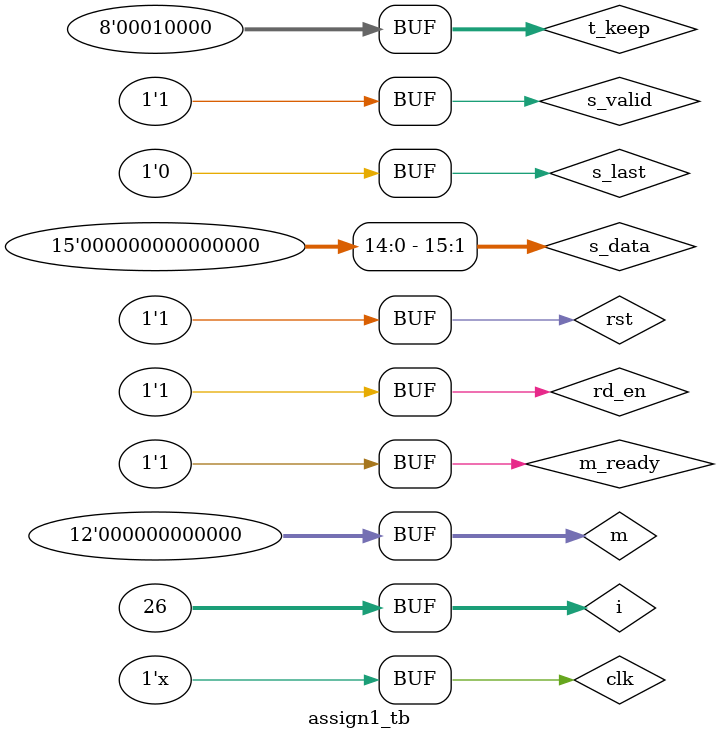
<source format=v>
`timescale 1ns / 1ps


`timescale 1ns / 1ps
//////////////////////////////////////////////////////////////////////////////////
// Company: 
// Engineer: 
// 
// Create Date: 03.06.2024 16:25:55
// Design Name: 
// Module Name: fsm1_tb
// Project Name: 
// Target Devices: 
// Tool Versions: 
// Description: 
// 
// Dependencies: 
// 
// Revision:
// Revision 0.01 - File Created
// Additional Comments:
// 
//////////////////////////////////////////////////////////////////////////////////


module assign1_tb();
reg clk,rst;
reg [15:0]s_data;
reg s_valid,s_last;
wire s_ready;
reg [7:0]t_keep;
wire  [15:0] m_data;
wire m_valid,m_last;
reg m_ready;
wire [7:0]m_keep;integer i;reg rd_en;
reg [11:0]m,k;
assign1 f1(clk, rst, s_data, s_valid, s_last, s_ready, t_keep, m_data, m_valid, m_last, m_ready, m_keep, rd_en);
always #5 clk=~clk;
initial begin
clk=1;rst=0;m_ready=0;m=0;
#5;rst=1;
#25;
m_ready=1;

for(i=0;i<=25;i=i+1)
 begin
s_data=$urandom;
s_valid=1;
if(i==10 | i==20)
s_last<=1;
else
s_last<=0;
//if(s_valid & s_ready)
//m=m+1;
//if(s_last)
//k=m;
#10;
end
end
initial begin

#25;t_keep<=7'd16;
#10;t_keep<=7'd16;
#10;t_keep<=7'd8;
#10;t_keep<=7'd4;
#10;t_keep<=7'd12;
#10;t_keep<=7'd16;
#10;t_keep<=7'd4;
#10;t_keep<=7'd8;
#10;t_keep<=7'd12;
#10;t_keep<=7'd8;
#10;t_keep<=7'd16;
#10;t_keep<=7'd12;
#10;t_keep<=7'd16;
#10;t_keep<=7'd12;
#10;t_keep<=7'd16;
#10;t_keep<=7'd12;
#10;t_keep<=7'd16;
end

initial begin
#80;
rd_en=1;
end

endmodule

</source>
